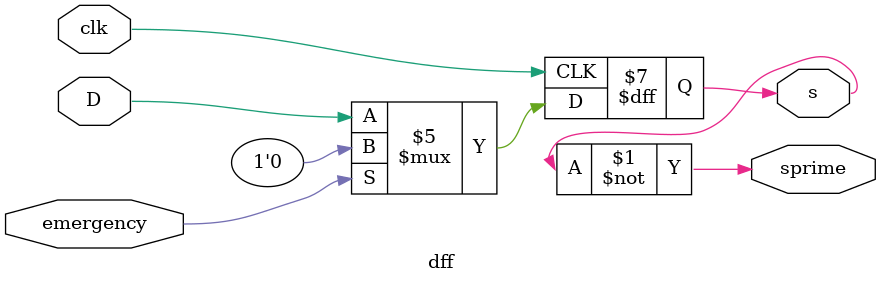
<source format=v>
`timescale 1ns / 1ps
module dff(D, clk, emergency, s, sprime);

output reg  s; 
output sprime; 
input D, clk, emergency; 

assign sprime = ~s; 

always @(posedge clk) 
begin 
 if (emergency == 1'b1) //If not at emergency (a.k.a reset) 
	s = 1'b0;
 else 
	s = D;
end 

endmodule

</source>
